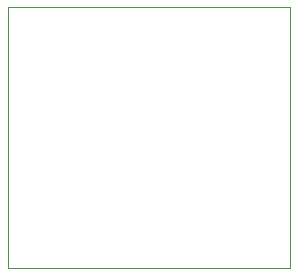
<source format=gbr>
%TF.GenerationSoftware,KiCad,Pcbnew,(5.99.0-3349-g91c4a681c)*%
%TF.CreationDate,2020-09-24T22:53:04-07:00*%
%TF.ProjectId,mod_clip,6d6f645f-636c-4697-902e-6b696361645f,rev?*%
%TF.SameCoordinates,Original*%
%TF.FileFunction,Profile,NP*%
%FSLAX46Y46*%
G04 Gerber Fmt 4.6, Leading zero omitted, Abs format (unit mm)*
G04 Created by KiCad (PCBNEW (5.99.0-3349-g91c4a681c)) date 2020-09-24 22:53:04*
%MOMM*%
%LPD*%
G01*
G04 APERTURE LIST*
%TA.AperFunction,Profile*%
%ADD10C,0.100000*%
%TD*%
G04 APERTURE END LIST*
D10*
X78994000Y-157734000D02*
X102870000Y-157734000D01*
X102870000Y-157734000D02*
X102870000Y-135636000D01*
X102870000Y-135636000D02*
X78994000Y-135636000D01*
X78994000Y-135636000D02*
X78994000Y-157734000D01*
M02*

</source>
